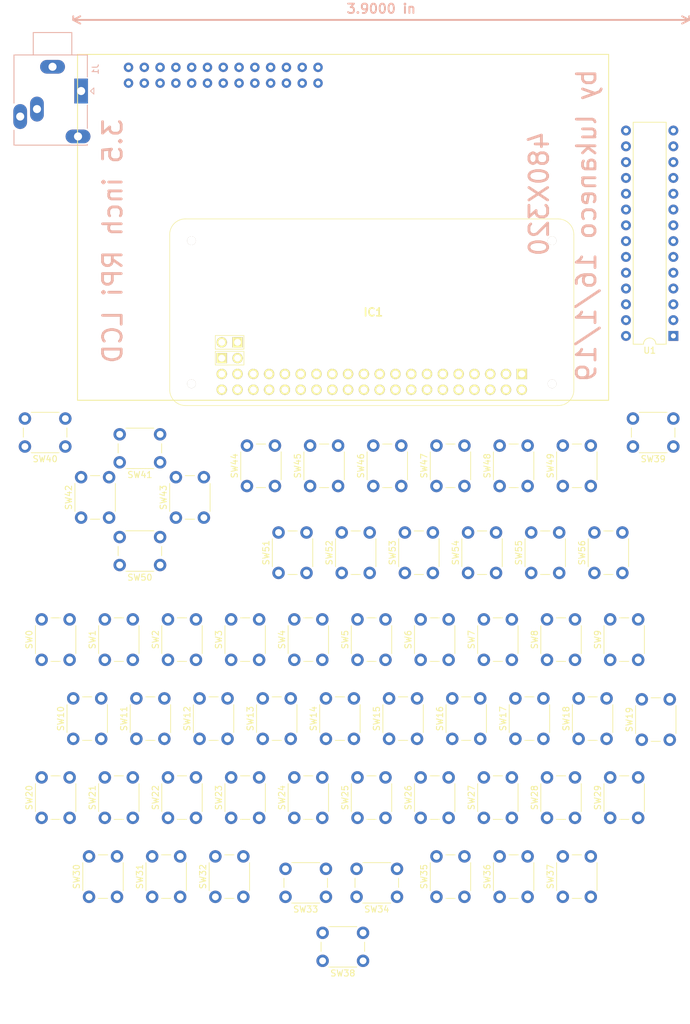
<source format=kicad_pcb>
(kicad_pcb (version 20171130) (host pcbnew "(5.0.2)-1")
  (layers (0 F.Cu signal) (31 B.Cu signal) (34 B.Paste user) (35 F.Paste user) (36 B.SilkS user) (37 F.SilkS user) (38 B.Mask user) (39 F.Mask user) (44 Edge.Cuts user))
  (net 0 "")
  (net 1 "Net-(SW0-Pad2)")
  (net 2 "Net-(SW1-Pad2)")
  (net 3 "Net-(SW2-Pad2)")
  (net 4 "Net-(SW3-Pad2)")
  (net 5 "Net-(SW4-Pad2)")
  (net 6 "Net-(SW5-Pad2)")
  (net 7 "Net-(SW6-Pad2)")
  (net 8 "Net-(SW7-Pad2)")
  (net 9 "Net-(SW8-Pad2)")
  (net 10 "Net-(SW9-Pad2)")
  (net 11 "Net-(SW10-Pad2)")
  (net 12 "Net-(SW11-Pad2)")
  (net 13 "Net-(SW12-Pad2)")
  (net 14 "Net-(SW13-Pad2)")
  (net 15 "Net-(SW14-Pad2)")
  (net 16 "Net-(SW15-Pad2)")
  (net 17 "Net-(SW16-Pad2)")
  (net 18 "Net-(SW17-Pad2)")
  (net 19 "Net-(SW18-Pad2)")
  (net 20 "Net-(SW19-Pad2)")
  (net 21 "Net-(SW20-Pad2)")
  (net 22 "Net-(SW21-Pad2)")
  (net 23 "Net-(SW22-Pad2)")
  (net 24 "Net-(SW23-Pad2)")
  (net 25 "Net-(SW24-Pad2)")
  (net 26 "Net-(SW25-Pad2)")
  (net 27 "Net-(SW26-Pad2)")
  (net 28 "Net-(SW27-Pad2)")
  (net 29 "Net-(SW28-Pad2)")
  (net 30 "Net-(SW29-Pad2)")
  (net 31 "Net-(SW30-Pad2)")
  (net 32 "Net-(SW31-Pad2)")
  (net 33 "Net-(SW32-Pad2)")
  (net 34 "Net-(SW33-Pad2)")
  (net 35 "Net-(SW34-Pad2)")
  (net 36 "Net-(SW35-Pad2)")
  (net 37 "Net-(SW36-Pad2)")
  (net 38 "Net-(SW37-Pad2)")
  (net 39 "Net-(SW38-Pad2)")
  (net 40 "Net-(SW39-Pad2)")
  (net 41 "Net-(SW40-Pad2)")
  (net 42 "Net-(SW41-Pad2)")
  (net 43 "Net-(SW42-Pad2)")
  (net 44 "Net-(SW43-Pad2)")
  (net 45 "Net-(SW44-Pad2)")
  (net 46 "Net-(SW45-Pad2)")
  (net 47 "Net-(SW46-Pad2)")
  (net 48 "Net-(SW47-Pad2)")
  (net 49 "Net-(SW48-Pad2)")
  (net 50 "Net-(SW49-Pad2)")
  (net 51 "Net-(SW50-Pad2)")
  (net 52 "Net-(SW51-Pad2)")
  (net 53 "Net-(SW52-Pad2)")
  (net 54 "Net-(SW53-Pad2)")
  (net 55 "Net-(SW54-Pad2)")
  (net 56 "Net-(SW55-Pad2)")
  (net 57 "Net-(SW56-Pad2)")
  (net 58 "Net-(U1-Pad15)")
  (net 59 "Net-(U1-Pad16)")
  (net 60 "Net-(U1-Pad17)")
  (net 61 "Net-(U1-Pad18)")
  (net 62 "Net-(U1-Pad19)")
  (net 63 "Net-(U1-Pad6)")
  (net 64 "Net-(U1-Pad20)")
  (net 65 "Net-(U1-Pad7)")
  (net 66 "Net-(U1-Pad21)")
  (net 67 "Net-(U1-Pad22)")
  (net 68 "Net-(U1-Pad23)")
  (net 69 "Net-(U1-Pad24)")
  (net 70 "Net-(U1-Pad11)")
  (net 71 "Net-(U1-Pad25)")
  (net 72 "Net-(U1-Pad12)")
  (net 73 "Net-(U1-Pad26)")
  (net 74 "Net-(U1-Pad13)")
  (net 75 "Net-(U1-Pad27)")
  (net 76 "Net-(U1-Pad14)")
  (net 77 "Net-(U1-Pad28)")
  (net 78 Col2)
  (net 79 Col3)
  (net 80 Col4)
  (net 81 Col5)
  (net 82 Col0)
  (net 83 Col1)
  (net 84 Reset)
  (net 85 Serial_RX)
  (net 86 Serial_TX)
  (net 87 USB_D+)
  (net 88 USB_D-)
  (net 89 Osc1)
  (net 90 Osc2)
  (net 91 "Net-(DS1-Pad3)")
  (net 92 "Net-(DS1-Pad5)")
  (net 93 "Net-(DS1-Pad7)")
  (net 94 "Net-(DS1-Pad8)")
  (net 95 "Net-(DS1-Pad10)")
  (net 96 "Net-(DS1-Pad12)")
  (net 97 "Net-(DS1-Pad13)")
  (net 98 "Net-(DS1-Pad15)")
  (net 99 "Net-(DS1-Pad16)")
  (net 100 "Net-(IC1-Pad3)")
  (net 101 "Net-(IC1-Pad5)")
  (net 102 "Net-(IC1-Pad7)")
  (net 103 "Net-(IC1-Pad8)")
  (net 104 "Net-(IC1-Pad10)")
  (net 105 "Net-(IC1-Pad12)")
  (net 106 "Net-(IC1-Pad13)")
  (net 107 "Net-(IC1-Pad15)")
  (net 108 "Net-(IC1-Pad16)")
  (net 109 "Net-(IC1-Pad19)")
  (net 110 "Net-(IC1-Pad27)")
  (net 111 "Net-(IC1-Pad28)")
  (net 112 "Net-(IC1-Pad29)")
  (net 113 "Net-(IC1-Pad30)")
  (net 114 "Net-(IC1-Pad31)")
  (net 115 "Net-(IC1-Pad32)")
  (net 116 "Net-(IC1-Pad33)")
  (net 117 "Net-(IC1-Pad34)")
  (net 118 "Net-(IC1-Pad35)")
  (net 119 "Net-(IC1-Pad36)")
  (net 120 "Net-(IC1-Pad37)")
  (net 121 "Net-(IC1-Pad38)")
  (net 122 "Net-(IC1-Pad39)")
  (net 123 "Net-(IC1-Pad40)")
  (net 124 "Net-(IC1-Pad41)")
  (net 125 "Net-(IC1-Pad42)")
  (net 126 "Net-(IC1-Pad43)")
  (net 127 "Net-(IC1-Pad44)")
  (net 128 "Net-(J1-PadT)")
  (net 129 "Net-(J1-PadR)")
  (net 130 "Net-(J1-PadS)")
  (net 131 +3V3)
  (net 132 +5V)
  (net 133 GND)
  (net 134 TP_IRQ)
  (net 135 LCD_RS)
  (net 136 TP_SO)
  (net 137 RST)
  (net 138 LCD_SCK)
  (net 139 LCD_CS)
  (net 140 TP_CS)
  (module Button_Switch_THT:SW_PUSH_6mm (layer F.Cu) (at 60.96 130.81 90)
    (fp_text reference SW0 (at 3.25 -2 90) (layer F.SilkS))
    (fp_text value SW_Push)
    (pad 2 thru_hole circle (at 0 4.5 180) (size 2 2) (drill 1.1) (layers *.Cu *.Mask) (net 1 "Net-(SW0-Pad2)"))
    (pad 1 thru_hole circle (at 0 0 180) (size 2 2) (drill 1.1) (layers *.Cu *.Mask) (net 78 Col2))
    (pad 2 thru_hole circle (at 6.5 4.5 180) (size 2 2) (drill 1.1) (layers *.Cu *.Mask) (net 1 "Net-(SW0-Pad2)"))
    (pad 1 thru_hole circle (at 6.5 0 180) (size 2 2) (drill 1.1) (layers *.Cu *.Mask) (net 78 Col2))
  )
  (module Button_Switch_THT:SW_PUSH_6mm (layer F.Cu) (at 71.12 130.81 90)
    (fp_text reference SW1 (at 3.25 -2 90) (layer F.SilkS))
    (fp_text value SW_Push)
    (pad 1 thru_hole circle (at 6.5 0 180) (size 2 2) (drill 1.1) (layers *.Cu *.Mask) (net 78 Col2))
    (pad 2 thru_hole circle (at 6.5 4.5 180) (size 2 2) (drill 1.1) (layers *.Cu *.Mask) (net 2 "Net-(SW1-Pad2)"))
    (pad 1 thru_hole circle (at 0 0 180) (size 2 2) (drill 1.1) (layers *.Cu *.Mask) (net 78 Col2))
    (pad 2 thru_hole circle (at 0 4.5 180) (size 2 2) (drill 1.1) (layers *.Cu *.Mask) (net 2 "Net-(SW1-Pad2)"))
  )
  (module Button_Switch_THT:SW_PUSH_6mm (layer F.Cu) (at 81.28 130.81 90)
    (fp_text reference SW2 (at 3.25 -2 90) (layer F.SilkS))
    (fp_text value SW_Push)
    (pad 2 thru_hole circle (at 0 4.5 180) (size 2 2) (drill 1.1) (layers *.Cu *.Mask) (net 3 "Net-(SW2-Pad2)"))
    (pad 1 thru_hole circle (at 0 0 180) (size 2 2) (drill 1.1) (layers *.Cu *.Mask) (net 78 Col2))
    (pad 2 thru_hole circle (at 6.5 4.5 180) (size 2 2) (drill 1.1) (layers *.Cu *.Mask) (net 3 "Net-(SW2-Pad2)"))
    (pad 1 thru_hole circle (at 6.5 0 180) (size 2 2) (drill 1.1) (layers *.Cu *.Mask) (net 78 Col2))
  )
  (module Button_Switch_THT:SW_PUSH_6mm (layer F.Cu) (at 91.44 130.81 90)
    (fp_text reference SW3 (at 3.25 -2 90) (layer F.SilkS))
    (fp_text value SW_Push)
    (pad 2 thru_hole circle (at 0 4.5 180) (size 2 2) (drill 1.1) (layers *.Cu *.Mask) (net 4 "Net-(SW3-Pad2)"))
    (pad 1 thru_hole circle (at 0 0 180) (size 2 2) (drill 1.1) (layers *.Cu *.Mask) (net 78 Col2))
    (pad 2 thru_hole circle (at 6.5 4.5 180) (size 2 2) (drill 1.1) (layers *.Cu *.Mask) (net 4 "Net-(SW3-Pad2)"))
    (pad 1 thru_hole circle (at 6.5 0 180) (size 2 2) (drill 1.1) (layers *.Cu *.Mask) (net 78 Col2))
  )
  (module Button_Switch_THT:SW_PUSH_6mm (layer F.Cu) (at 101.6 130.81 90)
    (fp_text reference SW4 (at 3.25 -2 90) (layer F.SilkS))
    (fp_text value SW_Push)
    (pad 1 thru_hole circle (at 6.5 0 180) (size 2 2) (drill 1.1) (layers *.Cu *.Mask) (net 78 Col2))
    (pad 2 thru_hole circle (at 6.5 4.5 180) (size 2 2) (drill 1.1) (layers *.Cu *.Mask) (net 5 "Net-(SW4-Pad2)"))
    (pad 1 thru_hole circle (at 0 0 180) (size 2 2) (drill 1.1) (layers *.Cu *.Mask) (net 78 Col2))
    (pad 2 thru_hole circle (at 0 4.5 180) (size 2 2) (drill 1.1) (layers *.Cu *.Mask) (net 5 "Net-(SW4-Pad2)"))
  )
  (module Button_Switch_THT:SW_PUSH_6mm (layer F.Cu) (at 111.76 130.81 90)
    (fp_text reference SW5 (at 3.25 -2 90) (layer F.SilkS))
    (fp_text value SW_Push)
    (pad 2 thru_hole circle (at 0 4.5 180) (size 2 2) (drill 1.1) (layers *.Cu *.Mask) (net 6 "Net-(SW5-Pad2)"))
    (pad 1 thru_hole circle (at 0 0 180) (size 2 2) (drill 1.1) (layers *.Cu *.Mask) (net 78 Col2))
    (pad 2 thru_hole circle (at 6.5 4.5 180) (size 2 2) (drill 1.1) (layers *.Cu *.Mask) (net 6 "Net-(SW5-Pad2)"))
    (pad 1 thru_hole circle (at 6.5 0 180) (size 2 2) (drill 1.1) (layers *.Cu *.Mask) (net 78 Col2))
  )
  (module Button_Switch_THT:SW_PUSH_6mm (layer F.Cu) (at 121.92 130.81 90)
    (fp_text reference SW6 (at 3.25 -2 90) (layer F.SilkS))
    (fp_text value SW_Push)
    (pad 2 thru_hole circle (at 0 4.5 180) (size 2 2) (drill 1.1) (layers *.Cu *.Mask) (net 7 "Net-(SW6-Pad2)"))
    (pad 1 thru_hole circle (at 0 0 180) (size 2 2) (drill 1.1) (layers *.Cu *.Mask) (net 78 Col2))
    (pad 2 thru_hole circle (at 6.5 4.5 180) (size 2 2) (drill 1.1) (layers *.Cu *.Mask) (net 7 "Net-(SW6-Pad2)"))
    (pad 1 thru_hole circle (at 6.5 0 180) (size 2 2) (drill 1.1) (layers *.Cu *.Mask) (net 78 Col2))
  )
  (module Button_Switch_THT:SW_PUSH_6mm (layer F.Cu) (at 132.08 130.81 90)
    (fp_text reference SW7 (at 3.25 -2 90) (layer F.SilkS))
    (fp_text value SW_Push)
    (pad 1 thru_hole circle (at 6.5 0 180) (size 2 2) (drill 1.1) (layers *.Cu *.Mask) (net 78 Col2))
    (pad 2 thru_hole circle (at 6.5 4.5 180) (size 2 2) (drill 1.1) (layers *.Cu *.Mask) (net 8 "Net-(SW7-Pad2)"))
    (pad 1 thru_hole circle (at 0 0 180) (size 2 2) (drill 1.1) (layers *.Cu *.Mask) (net 78 Col2))
    (pad 2 thru_hole circle (at 0 4.5 180) (size 2 2) (drill 1.1) (layers *.Cu *.Mask) (net 8 "Net-(SW7-Pad2)"))
  )
  (module Button_Switch_THT:SW_PUSH_6mm (layer F.Cu) (at 142.24 130.81 90)
    (fp_text reference SW8 (at 3.25 -2 90) (layer F.SilkS))
    (fp_text value SW_Push)
    (pad 1 thru_hole circle (at 6.5 0 180) (size 2 2) (drill 1.1) (layers *.Cu *.Mask) (net 78 Col2))
    (pad 2 thru_hole circle (at 6.5 4.5 180) (size 2 2) (drill 1.1) (layers *.Cu *.Mask) (net 9 "Net-(SW8-Pad2)"))
    (pad 1 thru_hole circle (at 0 0 180) (size 2 2) (drill 1.1) (layers *.Cu *.Mask) (net 78 Col2))
    (pad 2 thru_hole circle (at 0 4.5 180) (size 2 2) (drill 1.1) (layers *.Cu *.Mask) (net 9 "Net-(SW8-Pad2)"))
  )
  (module Button_Switch_THT:SW_PUSH_6mm (layer F.Cu) (at 152.4 130.81 90)
    (fp_text reference SW9 (at 3.25 -2 90) (layer F.SilkS))
    (fp_text value SW_Push)
    (pad 2 thru_hole circle (at 0 4.5 180) (size 2 2) (drill 1.1) (layers *.Cu *.Mask) (net 10 "Net-(SW9-Pad2)"))
    (pad 1 thru_hole circle (at 0 0 180) (size 2 2) (drill 1.1) (layers *.Cu *.Mask) (net 78 Col2))
    (pad 2 thru_hole circle (at 6.5 4.5 180) (size 2 2) (drill 1.1) (layers *.Cu *.Mask) (net 10 "Net-(SW9-Pad2)"))
    (pad 1 thru_hole circle (at 6.5 0 180) (size 2 2) (drill 1.1) (layers *.Cu *.Mask) (net 78 Col2))
  )
  (module Button_Switch_THT:SW_PUSH_6mm (layer F.Cu) (at 66.04 143.51 90)
    (fp_text reference SW10 (at 3.25 -2 90) (layer F.SilkS))
    (fp_text value SW_Push)
    (pad 1 thru_hole circle (at 6.5 0 180) (size 2 2) (drill 1.1) (layers *.Cu *.Mask) (net 79 Col3))
    (pad 2 thru_hole circle (at 6.5 4.5 180) (size 2 2) (drill 1.1) (layers *.Cu *.Mask) (net 11 "Net-(SW10-Pad2)"))
    (pad 1 thru_hole circle (at 0 0 180) (size 2 2) (drill 1.1) (layers *.Cu *.Mask) (net 79 Col3))
    (pad 2 thru_hole circle (at 0 4.5 180) (size 2 2) (drill 1.1) (layers *.Cu *.Mask) (net 11 "Net-(SW10-Pad2)"))
  )
  (module Button_Switch_THT:SW_PUSH_6mm (layer F.Cu) (at 76.2 143.51 90)
    (fp_text reference SW11 (at 3.25 -2 90) (layer F.SilkS))
    (fp_text value SW_Push)
    (pad 2 thru_hole circle (at 0 4.5 180) (size 2 2) (drill 1.1) (layers *.Cu *.Mask) (net 12 "Net-(SW11-Pad2)"))
    (pad 1 thru_hole circle (at 0 0 180) (size 2 2) (drill 1.1) (layers *.Cu *.Mask) (net 79 Col3))
    (pad 2 thru_hole circle (at 6.5 4.5 180) (size 2 2) (drill 1.1) (layers *.Cu *.Mask) (net 12 "Net-(SW11-Pad2)"))
    (pad 1 thru_hole circle (at 6.5 0 180) (size 2 2) (drill 1.1) (layers *.Cu *.Mask) (net 79 Col3))
  )
  (module Button_Switch_THT:SW_PUSH_6mm (layer F.Cu) (at 86.36 143.51 90)
    (fp_text reference SW12 (at 3.25 -2 90) (layer F.SilkS))
    (fp_text value SW_Push)
    (pad 1 thru_hole circle (at 6.5 0 180) (size 2 2) (drill 1.1) (layers *.Cu *.Mask) (net 79 Col3))
    (pad 2 thru_hole circle (at 6.5 4.5 180) (size 2 2) (drill 1.1) (layers *.Cu *.Mask) (net 13 "Net-(SW12-Pad2)"))
    (pad 1 thru_hole circle (at 0 0 180) (size 2 2) (drill 1.1) (layers *.Cu *.Mask) (net 79 Col3))
    (pad 2 thru_hole circle (at 0 4.5 180) (size 2 2) (drill 1.1) (layers *.Cu *.Mask) (net 13 "Net-(SW12-Pad2)"))
  )
  (module Button_Switch_THT:SW_PUSH_6mm (layer F.Cu) (at 96.52 143.51 90)
    (fp_text reference SW13 (at 3.25 -2 90) (layer F.SilkS))
    (fp_text value SW_Push)
    (pad 1 thru_hole circle (at 6.5 0 180) (size 2 2) (drill 1.1) (layers *.Cu *.Mask) (net 79 Col3))
    (pad 2 thru_hole circle (at 6.5 4.5 180) (size 2 2) (drill 1.1) (layers *.Cu *.Mask) (net 14 "Net-(SW13-Pad2)"))
    (pad 1 thru_hole circle (at 0 0 180) (size 2 2) (drill 1.1) (layers *.Cu *.Mask) (net 79 Col3))
    (pad 2 thru_hole circle (at 0 4.5 180) (size 2 2) (drill 1.1) (layers *.Cu *.Mask) (net 14 "Net-(SW13-Pad2)"))
  )
  (module Button_Switch_THT:SW_PUSH_6mm (layer F.Cu) (at 106.68 143.51 90)
    (fp_text reference SW14 (at 3.25 -2 90) (layer F.SilkS))
    (fp_text value SW_Push)
    (pad 2 thru_hole circle (at 0 4.5 180) (size 2 2) (drill 1.1) (layers *.Cu *.Mask) (net 15 "Net-(SW14-Pad2)"))
    (pad 1 thru_hole circle (at 0 0 180) (size 2 2) (drill 1.1) (layers *.Cu *.Mask) (net 79 Col3))
    (pad 2 thru_hole circle (at 6.5 4.5 180) (size 2 2) (drill 1.1) (layers *.Cu *.Mask) (net 15 "Net-(SW14-Pad2)"))
    (pad 1 thru_hole circle (at 6.5 0 180) (size 2 2) (drill 1.1) (layers *.Cu *.Mask) (net 79 Col3))
  )
  (module Button_Switch_THT:SW_PUSH_6mm (layer F.Cu) (at 116.84 143.51 90)
    (fp_text reference SW15 (at 3.25 -2 90) (layer F.SilkS))
    (fp_text value SW_Push)
    (pad 2 thru_hole circle (at 0 4.5 180) (size 2 2) (drill 1.1) (layers *.Cu *.Mask) (net 16 "Net-(SW15-Pad2)"))
    (pad 1 thru_hole circle (at 0 0 180) (size 2 2) (drill 1.1) (layers *.Cu *.Mask) (net 79 Col3))
    (pad 2 thru_hole circle (at 6.5 4.5 180) (size 2 2) (drill 1.1) (layers *.Cu *.Mask) (net 16 "Net-(SW15-Pad2)"))
    (pad 1 thru_hole circle (at 6.5 0 180) (size 2 2) (drill 1.1) (layers *.Cu *.Mask) (net 79 Col3))
  )
  (module Button_Switch_THT:SW_PUSH_6mm (layer F.Cu) (at 127 143.51 90)
    (fp_text reference SW16 (at 3.25 -2 90) (layer F.SilkS))
    (fp_text value SW_Push)
    (pad 1 thru_hole circle (at 6.5 0 180) (size 2 2) (drill 1.1) (layers *.Cu *.Mask) (net 79 Col3))
    (pad 2 thru_hole circle (at 6.5 4.5 180) (size 2 2) (drill 1.1) (layers *.Cu *.Mask) (net 17 "Net-(SW16-Pad2)"))
    (pad 1 thru_hole circle (at 0 0 180) (size 2 2) (drill 1.1) (layers *.Cu *.Mask) (net 79 Col3))
    (pad 2 thru_hole circle (at 0 4.5 180) (size 2 2) (drill 1.1) (layers *.Cu *.Mask) (net 17 "Net-(SW16-Pad2)"))
  )
  (module Button_Switch_THT:SW_PUSH_6mm (layer F.Cu) (at 137.16 143.51 90)
    (fp_text reference SW17 (at 3.25 -2 90) (layer F.SilkS))
    (fp_text value SW_Push)
    (pad 2 thru_hole circle (at 0 4.5 180) (size 2 2) (drill 1.1) (layers *.Cu *.Mask) (net 18 "Net-(SW17-Pad2)"))
    (pad 1 thru_hole circle (at 0 0 180) (size 2 2) (drill 1.1) (layers *.Cu *.Mask) (net 79 Col3))
    (pad 2 thru_hole circle (at 6.5 4.5 180) (size 2 2) (drill 1.1) (layers *.Cu *.Mask) (net 18 "Net-(SW17-Pad2)"))
    (pad 1 thru_hole circle (at 6.5 0 180) (size 2 2) (drill 1.1) (layers *.Cu *.Mask) (net 79 Col3))
  )
  (module Button_Switch_THT:SW_PUSH_6mm (layer F.Cu) (at 147.32 143.51 90)
    (fp_text reference SW18 (at 3.25 -2 90) (layer F.SilkS))
    (fp_text value SW_Push)
    (pad 1 thru_hole circle (at 6.5 0 180) (size 2 2) (drill 1.1) (layers *.Cu *.Mask) (net 79 Col3))
    (pad 2 thru_hole circle (at 6.5 4.5 180) (size 2 2) (drill 1.1) (layers *.Cu *.Mask) (net 19 "Net-(SW18-Pad2)"))
    (pad 1 thru_hole circle (at 0 0 180) (size 2 2) (drill 1.1) (layers *.Cu *.Mask) (net 79 Col3))
    (pad 2 thru_hole circle (at 0 4.5 180) (size 2 2) (drill 1.1) (layers *.Cu *.Mask) (net 19 "Net-(SW18-Pad2)"))
  )
  (module Button_Switch_THT:SW_PUSH_6mm (layer F.Cu) (at 157.48 143.66 90)
    (fp_text reference SW19 (at 3.25 -2 90) (layer F.SilkS))
    (fp_text value SW_Push)
    (pad 1 thru_hole circle (at 6.5 0 180) (size 2 2) (drill 1.1) (layers *.Cu *.Mask) (net 79 Col3))
    (pad 2 thru_hole circle (at 6.5 4.5 180) (size 2 2) (drill 1.1) (layers *.Cu *.Mask) (net 20 "Net-(SW19-Pad2)"))
    (pad 1 thru_hole circle (at 0 0 180) (size 2 2) (drill 1.1) (layers *.Cu *.Mask) (net 79 Col3))
    (pad 2 thru_hole circle (at 0 4.5 180) (size 2 2) (drill 1.1) (layers *.Cu *.Mask) (net 20 "Net-(SW19-Pad2)"))
  )
  (module Button_Switch_THT:SW_PUSH_6mm (layer F.Cu) (at 60.96 156.21 90)
    (fp_text reference SW20 (at 3.25 -2 90) (layer F.SilkS))
    (fp_text value SW_Push)
    (pad 2 thru_hole circle (at 0 4.5 180) (size 2 2) (drill 1.1) (layers *.Cu *.Mask) (net 21 "Net-(SW20-Pad2)"))
    (pad 1 thru_hole circle (at 0 0 180) (size 2 2) (drill 1.1) (layers *.Cu *.Mask) (net 80 Col4))
    (pad 2 thru_hole circle (at 6.5 4.5 180) (size 2 2) (drill 1.1) (layers *.Cu *.Mask) (net 21 "Net-(SW20-Pad2)"))
    (pad 1 thru_hole circle (at 6.5 0 180) (size 2 2) (drill 1.1) (layers *.Cu *.Mask) (net 80 Col4))
  )
  (module Button_Switch_THT:SW_PUSH_6mm (layer F.Cu) (at 71.12 156.21 90)
    (fp_text reference SW21 (at 3.25 -2 90) (layer F.SilkS))
    (fp_text value SW_Push)
    (pad 1 thru_hole circle (at 6.5 0 180) (size 2 2) (drill 1.1) (layers *.Cu *.Mask) (net 80 Col4))
    (pad 2 thru_hole circle (at 6.5 4.5 180) (size 2 2) (drill 1.1) (layers *.Cu *.Mask) (net 22 "Net-(SW21-Pad2)"))
    (pad 1 thru_hole circle (at 0 0 180) (size 2 2) (drill 1.1) (layers *.Cu *.Mask) (net 80 Col4))
    (pad 2 thru_hole circle (at 0 4.5 180) (size 2 2) (drill 1.1) (layers *.Cu *.Mask) (net 22 "Net-(SW21-Pad2)"))
  )
  (module Button_Switch_THT:SW_PUSH_6mm (layer F.Cu) (at 81.28 156.21 90)
    (fp_text reference SW22 (at 3.25 -2 90) (layer F.SilkS))
    (fp_text value SW_Push)
    (pad 2 thru_hole circle (at 0 4.5 180) (size 2 2) (drill 1.1) (layers *.Cu *.Mask) (net 23 "Net-(SW22-Pad2)"))
    (pad 1 thru_hole circle (at 0 0 180) (size 2 2) (drill 1.1) (layers *.Cu *.Mask) (net 80 Col4))
    (pad 2 thru_hole circle (at 6.5 4.5 180) (size 2 2) (drill 1.1) (layers *.Cu *.Mask) (net 23 "Net-(SW22-Pad2)"))
    (pad 1 thru_hole circle (at 6.5 0 180) (size 2 2) (drill 1.1) (layers *.Cu *.Mask) (net 80 Col4))
  )
  (module Button_Switch_THT:SW_PUSH_6mm (layer F.Cu) (at 91.44 156.21 90)
    (fp_text reference SW23 (at 3.25 -2 90) (layer F.SilkS))
    (fp_text value SW_Push)
    (pad 2 thru_hole circle (at 0 4.5 180) (size 2 2) (drill 1.1) (layers *.Cu *.Mask) (net 24 "Net-(SW23-Pad2)"))
    (pad 1 thru_hole circle (at 0 0 180) (size 2 2) (drill 1.1) (layers *.Cu *.Mask) (net 80 Col4))
    (pad 2 thru_hole circle (at 6.5 4.5 180) (size 2 2) (drill 1.1) (layers *.Cu *.Mask) (net 24 "Net-(SW23-Pad2)"))
    (pad 1 thru_hole circle (at 6.5 0 180) (size 2 2) (drill 1.1) (layers *.Cu *.Mask) (net 80 Col4))
  )
  (module Button_Switch_THT:SW_PUSH_6mm (layer F.Cu) (at 101.6 156.21 90)
    (fp_text reference SW24 (at 3.25 -2 90) (layer F.SilkS))
    (fp_text value SW_Push)
    (pad 2 thru_hole circle (at 0 4.5 180) (size 2 2) (drill 1.1) (layers *.Cu *.Mask) (net 25 "Net-(SW24-Pad2)"))
    (pad 1 thru_hole circle (at 0 0 180) (size 2 2) (drill 1.1) (layers *.Cu *.Mask) (net 80 Col4))
    (pad 2 thru_hole circle (at 6.5 4.5 180) (size 2 2) (drill 1.1) (layers *.Cu *.Mask) (net 25 "Net-(SW24-Pad2)"))
    (pad 1 thru_hole circle (at 6.5 0 180) (size 2 2) (drill 1.1) (layers *.Cu *.Mask) (net 80 Col4))
  )
  (module Button_Switch_THT:SW_PUSH_6mm (layer F.Cu) (at 111.76 156.21 90)
    (fp_text reference SW25 (at 3.25 -2 90) (layer F.SilkS))
    (fp_text value SW_Push)
    (pad 1 thru_hole circle (at 6.5 0 180) (size 2 2) (drill 1.1) (layers *.Cu *.Mask) (net 80 Col4))
    (pad 2 thru_hole circle (at 6.5 4.5 180) (size 2 2) (drill 1.1) (layers *.Cu *.Mask) (net 26 "Net-(SW25-Pad2)"))
    (pad 1 thru_hole circle (at 0 0 180) (size 2 2) (drill 1.1) (layers *.Cu *.Mask) (net 80 Col4))
    (pad 2 thru_hole circle (at 0 4.5 180) (size 2 2) (drill 1.1) (layers *.Cu *.Mask) (net 26 "Net-(SW25-Pad2)"))
  )
  (module Button_Switch_THT:SW_PUSH_6mm (layer F.Cu) (at 121.92 156.21 90)
    (fp_text reference SW26 (at 3.25 -2 90) (layer F.SilkS))
    (fp_text value SW_Push)
    (pad 2 thru_hole circle (at 0 4.5 180) (size 2 2) (drill 1.1) (layers *.Cu *.Mask) (net 27 "Net-(SW26-Pad2)"))
    (pad 1 thru_hole circle (at 0 0 180) (size 2 2) (drill 1.1) (layers *.Cu *.Mask) (net 80 Col4))
    (pad 2 thru_hole circle (at 6.5 4.5 180) (size 2 2) (drill 1.1) (layers *.Cu *.Mask) (net 27 "Net-(SW26-Pad2)"))
    (pad 1 thru_hole circle (at 6.5 0 180) (size 2 2) (drill 1.1) (layers *.Cu *.Mask) (net 80 Col4))
  )
  (module Button_Switch_THT:SW_PUSH_6mm (layer F.Cu) (at 132.08 156.21 90)
    (fp_text reference SW27 (at 3.25 -2 90) (layer F.SilkS))
    (fp_text value SW_Push)
    (pad 1 thru_hole circle (at 6.5 0 180) (size 2 2) (drill 1.1) (layers *.Cu *.Mask) (net 80 Col4))
    (pad 2 thru_hole circle (at 6.5 4.5 180) (size 2 2) (drill 1.1) (layers *.Cu *.Mask) (net 28 "Net-(SW27-Pad2)"))
    (pad 1 thru_hole circle (at 0 0 180) (size 2 2) (drill 1.1) (layers *.Cu *.Mask) (net 80 Col4))
    (pad 2 thru_hole circle (at 0 4.5 180) (size 2 2) (drill 1.1) (layers *.Cu *.Mask) (net 28 "Net-(SW27-Pad2)"))
  )
  (module Button_Switch_THT:SW_PUSH_6mm (layer F.Cu) (at 142.24 156.21 90)
    (fp_text reference SW28 (at 3.25 -2 90) (layer F.SilkS))
    (fp_text value SW_Push)
    (pad 2 thru_hole circle (at 0 4.5 180) (size 2 2) (drill 1.1) (layers *.Cu *.Mask) (net 29 "Net-(SW28-Pad2)"))
    (pad 1 thru_hole circle (at 0 0 180) (size 2 2) (drill 1.1) (layers *.Cu *.Mask) (net 80 Col4))
    (pad 2 thru_hole circle (at 6.5 4.5 180) (size 2 2) (drill 1.1) (layers *.Cu *.Mask) (net 29 "Net-(SW28-Pad2)"))
    (pad 1 thru_hole circle (at 6.5 0 180) (size 2 2) (drill 1.1) (layers *.Cu *.Mask) (net 80 Col4))
  )
  (module Button_Switch_THT:SW_PUSH_6mm (layer F.Cu) (at 152.4 156.21 90)
    (fp_text reference SW29 (at 3.25 -2 90) (layer F.SilkS))
    (fp_text value SW_Push)
    (pad 1 thru_hole circle (at 6.5 0 180) (size 2 2) (drill 1.1) (layers *.Cu *.Mask) (net 80 Col4))
    (pad 2 thru_hole circle (at 6.5 4.5 180) (size 2 2) (drill 1.1) (layers *.Cu *.Mask) (net 30 "Net-(SW29-Pad2)"))
    (pad 1 thru_hole circle (at 0 0 180) (size 2 2) (drill 1.1) (layers *.Cu *.Mask) (net 80 Col4))
    (pad 2 thru_hole circle (at 0 4.5 180) (size 2 2) (drill 1.1) (layers *.Cu *.Mask) (net 30 "Net-(SW29-Pad2)"))
  )
  (module Button_Switch_THT:SW_PUSH_6mm (layer F.Cu) (at 68.58 168.91 90)
    (fp_text reference SW30 (at 3.25 -2 90) (layer F.SilkS))
    (fp_text value SW_Push)
    (pad 1 thru_hole circle (at 6.5 0 180) (size 2 2) (drill 1.1) (layers *.Cu *.Mask) (net 81 Col5))
    (pad 2 thru_hole circle (at 6.5 4.5 180) (size 2 2) (drill 1.1) (layers *.Cu *.Mask) (net 31 "Net-(SW30-Pad2)"))
    (pad 1 thru_hole circle (at 0 0 180) (size 2 2) (drill 1.1) (layers *.Cu *.Mask) (net 81 Col5))
    (pad 2 thru_hole circle (at 0 4.5 180) (size 2 2) (drill 1.1) (layers *.Cu *.Mask) (net 31 "Net-(SW30-Pad2)"))
  )
  (module Button_Switch_THT:SW_PUSH_6mm (layer F.Cu) (at 78.74 168.91 90)
    (fp_text reference SW31 (at 3.25 -2 90) (layer F.SilkS))
    (fp_text value SW_Push)
    (pad 2 thru_hole circle (at 0 4.5 180) (size 2 2) (drill 1.1) (layers *.Cu *.Mask) (net 32 "Net-(SW31-Pad2)"))
    (pad 1 thru_hole circle (at 0 0 180) (size 2 2) (drill 1.1) (layers *.Cu *.Mask) (net 81 Col5))
    (pad 2 thru_hole circle (at 6.5 4.5 180) (size 2 2) (drill 1.1) (layers *.Cu *.Mask) (net 32 "Net-(SW31-Pad2)"))
    (pad 1 thru_hole circle (at 6.5 0 180) (size 2 2) (drill 1.1) (layers *.Cu *.Mask) (net 81 Col5))
  )
  (module Button_Switch_THT:SW_PUSH_6mm (layer F.Cu) (at 88.9 168.91 90)
    (fp_text reference SW32 (at 3.25 -2 90) (layer F.SilkS))
    (fp_text value SW_Push)
    (pad 1 thru_hole circle (at 6.5 0 180) (size 2 2) (drill 1.1) (layers *.Cu *.Mask) (net 81 Col5))
    (pad 2 thru_hole circle (at 6.5 4.5 180) (size 2 2) (drill 1.1) (layers *.Cu *.Mask) (net 33 "Net-(SW32-Pad2)"))
    (pad 1 thru_hole circle (at 0 0 180) (size 2 2) (drill 1.1) (layers *.Cu *.Mask) (net 81 Col5))
    (pad 2 thru_hole circle (at 0 4.5 180) (size 2 2) (drill 1.1) (layers *.Cu *.Mask) (net 33 "Net-(SW32-Pad2)"))
  )
  (module Button_Switch_THT:SW_PUSH_6mm (layer F.Cu) (at 106.68 168.91 180)
    (fp_text reference SW33 (at 3.25 -2 180) (layer F.SilkS))
    (fp_text value SW_Push)
    (pad 2 thru_hole circle (at 0 4.5 270) (size 2 2) (drill 1.1) (layers *.Cu *.Mask) (net 34 "Net-(SW33-Pad2)"))
    (pad 1 thru_hole circle (at 0 0 270) (size 2 2) (drill 1.1) (layers *.Cu *.Mask) (net 81 Col5))
    (pad 2 thru_hole circle (at 6.5 4.5 270) (size 2 2) (drill 1.1) (layers *.Cu *.Mask) (net 34 "Net-(SW33-Pad2)"))
    (pad 1 thru_hole circle (at 6.5 0 270) (size 2 2) (drill 1.1) (layers *.Cu *.Mask) (net 81 Col5))
  )
  (module Button_Switch_THT:SW_PUSH_6mm (layer F.Cu) (at 118.11 168.91 180)
    (fp_text reference SW34 (at 3.25 -2 180) (layer F.SilkS))
    (fp_text value SW_Push)
    (pad 2 thru_hole circle (at 0 4.5 270) (size 2 2) (drill 1.1) (layers *.Cu *.Mask) (net 35 "Net-(SW34-Pad2)"))
    (pad 1 thru_hole circle (at 0 0 270) (size 2 2) (drill 1.1) (layers *.Cu *.Mask) (net 81 Col5))
    (pad 2 thru_hole circle (at 6.5 4.5 270) (size 2 2) (drill 1.1) (layers *.Cu *.Mask) (net 35 "Net-(SW34-Pad2)"))
    (pad 1 thru_hole circle (at 6.5 0 270) (size 2 2) (drill 1.1) (layers *.Cu *.Mask) (net 81 Col5))
  )
  (module Button_Switch_THT:SW_PUSH_6mm (layer F.Cu) (at 124.46 168.91 90)
    (fp_text reference SW35 (at 3.25 -2 90) (layer F.SilkS))
    (fp_text value SW_Push)
    (pad 2 thru_hole circle (at 0 4.5 180) (size 2 2) (drill 1.1) (layers *.Cu *.Mask) (net 36 "Net-(SW35-Pad2)"))
    (pad 1 thru_hole circle (at 0 0 180) (size 2 2) (drill 1.1) (layers *.Cu *.Mask) (net 81 Col5))
    (pad 2 thru_hole circle (at 6.5 4.5 180) (size 2 2) (drill 1.1) (layers *.Cu *.Mask) (net 36 "Net-(SW35-Pad2)"))
    (pad 1 thru_hole circle (at 6.5 0 180) (size 2 2) (drill 1.1) (layers *.Cu *.Mask) (net 81 Col5))
  )
  (module Button_Switch_THT:SW_PUSH_6mm (layer F.Cu) (at 134.62 168.91 90)
    (fp_text reference SW36 (at 3.25 -2 90) (layer F.SilkS))
    (fp_text value SW_Push)
    (pad 2 thru_hole circle (at 0 4.5 180) (size 2 2) (drill 1.1) (layers *.Cu *.Mask) (net 37 "Net-(SW36-Pad2)"))
    (pad 1 thru_hole circle (at 0 0 180) (size 2 2) (drill 1.1) (layers *.Cu *.Mask) (net 81 Col5))
    (pad 2 thru_hole circle (at 6.5 4.5 180) (size 2 2) (drill 1.1) (layers *.Cu *.Mask) (net 37 "Net-(SW36-Pad2)"))
    (pad 1 thru_hole circle (at 6.5 0 180) (size 2 2) (drill 1.1) (layers *.Cu *.Mask) (net 81 Col5))
  )
  (module Button_Switch_THT:SW_PUSH_6mm (layer F.Cu) (at 144.78 168.91 90)
    (fp_text reference SW37 (at 3.25 -2 90) (layer F.SilkS))
    (fp_text value SW_Push)
    (pad 1 thru_hole circle (at 6.5 0 180) (size 2 2) (drill 1.1) (layers *.Cu *.Mask) (net 81 Col5))
    (pad 2 thru_hole circle (at 6.5 4.5 180) (size 2 2) (drill 1.1) (layers *.Cu *.Mask) (net 38 "Net-(SW37-Pad2)"))
    (pad 1 thru_hole circle (at 0 0 180) (size 2 2) (drill 1.1) (layers *.Cu *.Mask) (net 81 Col5))
    (pad 2 thru_hole circle (at 0 4.5 180) (size 2 2) (drill 1.1) (layers *.Cu *.Mask) (net 38 "Net-(SW37-Pad2)"))
  )
  (module Button_Switch_THT:SW_PUSH_6mm (layer F.Cu) (at 112.649 179.197 180)
    (fp_text reference SW38 (at 3.25 -2 180) (layer F.SilkS))
    (fp_text value SW_Push)
    (pad 2 thru_hole circle (at 0 4.5 270) (size 2 2) (drill 1.1) (layers *.Cu *.Mask) (net 39 "Net-(SW38-Pad2)"))
    (pad 1 thru_hole circle (at 0 0 270) (size 2 2) (drill 1.1) (layers *.Cu *.Mask) (net 81 Col5))
    (pad 2 thru_hole circle (at 6.5 4.5 270) (size 2 2) (drill 1.1) (layers *.Cu *.Mask) (net 39 "Net-(SW38-Pad2)"))
    (pad 1 thru_hole circle (at 6.5 0 270) (size 2 2) (drill 1.1) (layers *.Cu *.Mask) (net 81 Col5))
  )
  (module Button_Switch_THT:SW_PUSH_6mm (layer F.Cu) (at 162.56 96.52 180)
    (fp_text reference SW39 (at 3.25 -2 180) (layer F.SilkS))
    (fp_text value SW_Push)
    (pad 1 thru_hole circle (at 6.5 0 270) (size 2 2) (drill 1.1) (layers *.Cu *.Mask) (net 81 Col5))
    (pad 2 thru_hole circle (at 6.5 4.5 270) (size 2 2) (drill 1.1) (layers *.Cu *.Mask) (net 40 "Net-(SW39-Pad2)"))
    (pad 1 thru_hole circle (at 0 0 270) (size 2 2) (drill 1.1) (layers *.Cu *.Mask) (net 81 Col5))
    (pad 2 thru_hole circle (at 0 4.5 270) (size 2 2) (drill 1.1) (layers *.Cu *.Mask) (net 40 "Net-(SW39-Pad2)"))
  )
  (module Button_Switch_THT:SW_PUSH_6mm (layer F.Cu) (at 64.77 96.52 180)
    (fp_text reference SW40 (at 3.25 -2 180) (layer F.SilkS))
    (fp_text value SW_Push)
    (pad 1 thru_hole circle (at 6.5 0 270) (size 2 2) (drill 1.1) (layers *.Cu *.Mask) (net 82 Col0))
    (pad 2 thru_hole circle (at 6.5 4.5 270) (size 2 2) (drill 1.1) (layers *.Cu *.Mask) (net 41 "Net-(SW40-Pad2)"))
    (pad 1 thru_hole circle (at 0 0 270) (size 2 2) (drill 1.1) (layers *.Cu *.Mask) (net 82 Col0))
    (pad 2 thru_hole circle (at 0 4.5 270) (size 2 2) (drill 1.1) (layers *.Cu *.Mask) (net 41 "Net-(SW40-Pad2)"))
  )
  (module Button_Switch_THT:SW_PUSH_6mm (layer F.Cu) (at 80.01 99.06 180)
    (fp_text reference SW41 (at 3.25 -2 180) (layer F.SilkS))
    (fp_text value SW_Push)
    (pad 1 thru_hole circle (at 6.5 0 270) (size 2 2) (drill 1.1) (layers *.Cu *.Mask) (net 82 Col0))
    (pad 2 thru_hole circle (at 6.5 4.5 270) (size 2 2) (drill 1.1) (layers *.Cu *.Mask) (net 42 "Net-(SW41-Pad2)"))
    (pad 1 thru_hole circle (at 0 0 270) (size 2 2) (drill 1.1) (layers *.Cu *.Mask) (net 82 Col0))
    (pad 2 thru_hole circle (at 0 4.5 270) (size 2 2) (drill 1.1) (layers *.Cu *.Mask) (net 42 "Net-(SW41-Pad2)"))
  )
  (module Button_Switch_THT:SW_PUSH_6mm (layer F.Cu) (at 67.31 107.95 90)
    (fp_text reference SW42 (at 3.25 -2 90) (layer F.SilkS))
    (fp_text value SW_Push)
    (pad 1 thru_hole circle (at 6.5 0 180) (size 2 2) (drill 1.1) (layers *.Cu *.Mask) (net 82 Col0))
    (pad 2 thru_hole circle (at 6.5 4.5 180) (size 2 2) (drill 1.1) (layers *.Cu *.Mask) (net 43 "Net-(SW42-Pad2)"))
    (pad 1 thru_hole circle (at 0 0 180) (size 2 2) (drill 1.1) (layers *.Cu *.Mask) (net 82 Col0))
    (pad 2 thru_hole circle (at 0 4.5 180) (size 2 2) (drill 1.1) (layers *.Cu *.Mask) (net 43 "Net-(SW42-Pad2)"))
  )
  (module Button_Switch_THT:SW_PUSH_6mm (layer F.Cu) (at 82.55 107.95 90)
    (fp_text reference SW43 (at 3.25 -2 90) (layer F.SilkS))
    (fp_text value SW_Push)
    (pad 2 thru_hole circle (at 0 4.5 180) (size 2 2) (drill 1.1) (layers *.Cu *.Mask) (net 44 "Net-(SW43-Pad2)"))
    (pad 1 thru_hole circle (at 0 0 180) (size 2 2) (drill 1.1) (layers *.Cu *.Mask) (net 82 Col0))
    (pad 2 thru_hole circle (at 6.5 4.5 180) (size 2 2) (drill 1.1) (layers *.Cu *.Mask) (net 44 "Net-(SW43-Pad2)"))
    (pad 1 thru_hole circle (at 6.5 0 180) (size 2 2) (drill 1.1) (layers *.Cu *.Mask) (net 82 Col0))
  )
  (module Button_Switch_THT:SW_PUSH_6mm (layer F.Cu) (at 93.98 102.87 90)
    (fp_text reference SW44 (at 3.25 -2 90) (layer F.SilkS))
    (fp_text value SW_Push)
    (pad 1 thru_hole circle (at 6.5 0 180) (size 2 2) (drill 1.1) (layers *.Cu *.Mask) (net 82 Col0))
    (pad 2 thru_hole circle (at 6.5 4.5 180) (size 2 2) (drill 1.1) (layers *.Cu *.Mask) (net 45 "Net-(SW44-Pad2)"))
    (pad 1 thru_hole circle (at 0 0 180) (size 2 2) (drill 1.1) (layers *.Cu *.Mask) (net 82 Col0))
    (pad 2 thru_hole circle (at 0 4.5 180) (size 2 2) (drill 1.1) (layers *.Cu *.Mask) (net 45 "Net-(SW44-Pad2)"))
  )
  (module Button_Switch_THT:SW_PUSH_6mm (layer F.Cu) (at 104.14 102.87 90)
    (fp_text reference SW45 (at 3.25 -2 90) (layer F.SilkS))
    (fp_text value SW_Push)
    (pad 2 thru_hole circle (at 0 4.5 180) (size 2 2) (drill 1.1) (layers *.Cu *.Mask) (net 46 "Net-(SW45-Pad2)"))
    (pad 1 thru_hole circle (at 0 0 180) (size 2 2) (drill 1.1) (layers *.Cu *.Mask) (net 82 Col0))
    (pad 2 thru_hole circle (at 6.5 4.5 180) (size 2 2) (drill 1.1) (layers *.Cu *.Mask) (net 46 "Net-(SW45-Pad2)"))
    (pad 1 thru_hole circle (at 6.5 0 180) (size 2 2) (drill 1.1) (layers *.Cu *.Mask) (net 82 Col0))
  )
  (module Button_Switch_THT:SW_PUSH_6mm (layer F.Cu) (at 114.3 102.87 90)
    (fp_text reference SW46 (at 3.25 -2 90) (layer F.SilkS))
    (fp_text value SW_Push)
    (pad 2 thru_hole circle (at 0 4.5 180) (size 2 2) (drill 1.1) (layers *.Cu *.Mask) (net 47 "Net-(SW46-Pad2)"))
    (pad 1 thru_hole circle (at 0 0 180) (size 2 2) (drill 1.1) (layers *.Cu *.Mask) (net 82 Col0))
    (pad 2 thru_hole circle (at 6.5 4.5 180) (size 2 2) (drill 1.1) (layers *.Cu *.Mask) (net 47 "Net-(SW46-Pad2)"))
    (pad 1 thru_hole circle (at 6.5 0 180) (size 2 2) (drill 1.1) (layers *.Cu *.Mask) (net 82 Col0))
  )
  (module Button_Switch_THT:SW_PUSH_6mm (layer F.Cu) (at 124.46 102.87 90)
    (fp_text reference SW47 (at 3.25 -2 90) (layer F.SilkS))
    (fp_text value SW_Push)
    (pad 2 thru_hole circle (at 0 4.5 180) (size 2 2) (drill 1.1) (layers *.Cu *.Mask) (net 48 "Net-(SW47-Pad2)"))
    (pad 1 thru_hole circle (at 0 0 180) (size 2 2) (drill 1.1) (layers *.Cu *.Mask) (net 82 Col0))
    (pad 2 thru_hole circle (at 6.5 4.5 180) (size 2 2) (drill 1.1) (layers *.Cu *.Mask) (net 48 "Net-(SW47-Pad2)"))
    (pad 1 thru_hole circle (at 6.5 0 180) (size 2 2) (drill 1.1) (layers *.Cu *.Mask) (net 82 Col0))
  )
  (module Button_Switch_THT:SW_PUSH_6mm (layer F.Cu) (at 134.62 102.87 90)
    (fp_text reference SW48 (at 3.25 -2 90) (layer F.SilkS))
    (fp_text value SW_Push)
    (pad 2 thru_hole circle (at 0 4.5 180) (size 2 2) (drill 1.1) (layers *.Cu *.Mask) (net 49 "Net-(SW48-Pad2)"))
    (pad 1 thru_hole circle (at 0 0 180) (size 2 2) (drill 1.1) (layers *.Cu *.Mask) (net 82 Col0))
    (pad 2 thru_hole circle (at 6.5 4.5 180) (size 2 2) (drill 1.1) (layers *.Cu *.Mask) (net 49 "Net-(SW48-Pad2)"))
    (pad 1 thru_hole circle (at 6.5 0 180) (size 2 2) (drill 1.1) (layers *.Cu *.Mask) (net 82 Col0))
  )
  (module Button_Switch_THT:SW_PUSH_6mm (layer F.Cu) (at 144.78 102.87 90)
    (fp_text reference SW49 (at 3.25 -2 90) (layer F.SilkS))
    (fp_text value SW_Push)
    (pad 1 thru_hole circle (at 6.5 0 180) (size 2 2) (drill 1.1) (layers *.Cu *.Mask) (net 82 Col0))
    (pad 2 thru_hole circle (at 6.5 4.5 180) (size 2 2) (drill 1.1) (layers *.Cu *.Mask) (net 50 "Net-(SW49-Pad2)"))
    (pad 1 thru_hole circle (at 0 0 180) (size 2 2) (drill 1.1) (layers *.Cu *.Mask) (net 82 Col0))
    (pad 2 thru_hole circle (at 0 4.5 180) (size 2 2) (drill 1.1) (layers *.Cu *.Mask) (net 50 "Net-(SW49-Pad2)"))
  )
  (module Button_Switch_THT:SW_PUSH_6mm (layer F.Cu) (at 80.01 115.57 180)
    (fp_text reference SW50 (at 3.25 -2 180) (layer F.SilkS))
    (fp_text value SW_Push)
    (pad 2 thru_hole circle (at 0 4.5 270) (size 2 2) (drill 1.1) (layers *.Cu *.Mask) (net 51 "Net-(SW50-Pad2)"))
    (pad 1 thru_hole circle (at 0 0 270) (size 2 2) (drill 1.1) (layers *.Cu *.Mask) (net 83 Col1))
    (pad 2 thru_hole circle (at 6.5 4.5 270) (size 2 2) (drill 1.1) (layers *.Cu *.Mask) (net 51 "Net-(SW50-Pad2)"))
    (pad 1 thru_hole circle (at 6.5 0 270) (size 2 2) (drill 1.1) (layers *.Cu *.Mask) (net 83 Col1))
  )
  (module Button_Switch_THT:SW_PUSH_6mm (layer F.Cu) (at 99.06 116.84 90)
    (fp_text reference SW51 (at 3.25 -2 90) (layer F.SilkS))
    (fp_text value SW_Push)
    (pad 1 thru_hole circle (at 6.5 0 180) (size 2 2) (drill 1.1) (layers *.Cu *.Mask) (net 83 Col1))
    (pad 2 thru_hole circle (at 6.5 4.5 180) (size 2 2) (drill 1.1) (layers *.Cu *.Mask) (net 52 "Net-(SW51-Pad2)"))
    (pad 1 thru_hole circle (at 0 0 180) (size 2 2) (drill 1.1) (layers *.Cu *.Mask) (net 83 Col1))
    (pad 2 thru_hole circle (at 0 4.5 180) (size 2 2) (drill 1.1) (layers *.Cu *.Mask) (net 52 "Net-(SW51-Pad2)"))
  )
  (module Button_Switch_THT:SW_PUSH_6mm (layer F.Cu) (at 109.22 116.84 90)
    (fp_text reference SW52 (at 3.25 -2 90) (layer F.SilkS))
    (fp_text value SW_Push)
    (pad 1 thru_hole circle (at 6.5 0 180) (size 2 2) (drill 1.1) (layers *.Cu *.Mask) (net 83 Col1))
    (pad 2 thru_hole circle (at 6.5 4.5 180) (size 2 2) (drill 1.1) (layers *.Cu *.Mask) (net 53 "Net-(SW52-Pad2)"))
    (pad 1 thru_hole circle (at 0 0 180) (size 2 2) (drill 1.1) (layers *.Cu *.Mask) (net 83 Col1))
    (pad 2 thru_hole circle (at 0 4.5 180) (size 2 2) (drill 1.1) (layers *.Cu *.Mask) (net 53 "Net-(SW52-Pad2)"))
  )
  (module Button_Switch_THT:SW_PUSH_6mm (layer F.Cu) (at 119.38 116.84 90)
    (fp_text reference SW53 (at 3.25 -2 90) (layer F.SilkS))
    (fp_text value SW_Push)
    (pad 1 thru_hole circle (at 6.5 0 180) (size 2 2) (drill 1.1) (layers *.Cu *.Mask) (net 83 Col1))
    (pad 2 thru_hole circle (at 6.5 4.5 180) (size 2 2) (drill 1.1) (layers *.Cu *.Mask) (net 54 "Net-(SW53-Pad2)"))
    (pad 1 thru_hole circle (at 0 0 180) (size 2 2) (drill 1.1) (layers *.Cu *.Mask) (net 83 Col1))
    (pad 2 thru_hole circle (at 0 4.5 180) (size 2 2) (drill 1.1) (layers *.Cu *.Mask) (net 54 "Net-(SW53-Pad2)"))
  )
  (module Button_Switch_THT:SW_PUSH_6mm (layer F.Cu) (at 129.54 116.84 90)
    (fp_text reference SW54 (at 3.25 -2 90) (layer F.SilkS))
    (fp_text value SW_Push)
    (pad 2 thru_hole circle (at 0 4.5 180) (size 2 2) (drill 1.1) (layers *.Cu *.Mask) (net 55 "Net-(SW54-Pad2)"))
    (pad 1 thru_hole circle (at 0 0 180) (size 2 2) (drill 1.1) (layers *.Cu *.Mask) (net 83 Col1))
    (pad 2 thru_hole circle (at 6.5 4.5 180) (size 2 2) (drill 1.1) (layers *.Cu *.Mask) (net 55 "Net-(SW54-Pad2)"))
    (pad 1 thru_hole circle (at 6.5 0 180) (size 2 2) (drill 1.1) (layers *.Cu *.Mask) (net 83 Col1))
  )
  (module Button_Switch_THT:SW_PUSH_6mm (layer F.Cu) (at 139.7 116.84 90)
    (fp_text reference SW55 (at 3.25 -2 90) (layer F.SilkS))
    (fp_text value SW_Push)
    (pad 1 thru_hole circle (at 6.5 0 180) (size 2 2) (drill 1.1) (layers *.Cu *.Mask) (net 83 Col1))
    (pad 2 thru_hole circle (at 6.5 4.5 180) (size 2 2) (drill 1.1) (layers *.Cu *.Mask) (net 56 "Net-(SW55-Pad2)"))
    (pad 1 thru_hole circle (at 0 0 180) (size 2 2) (drill 1.1) (layers *.Cu *.Mask) (net 83 Col1))
    (pad 2 thru_hole circle (at 0 4.5 180) (size 2 2) (drill 1.1) (layers *.Cu *.Mask) (net 56 "Net-(SW55-Pad2)"))
  )
  (module Button_Switch_THT:SW_PUSH_6mm (layer F.Cu) (at 149.86 116.84 90)
    (fp_text reference SW56 (at 3.25 -2 90) (layer F.SilkS))
    (fp_text value SW_Push)
    (pad 1 thru_hole circle (at 6.5 0 180) (size 2 2) (drill 1.1) (layers *.Cu *.Mask) (net 83 Col1))
    (pad 2 thru_hole circle (at 6.5 4.5 180) (size 2 2) (drill 1.1) (layers *.Cu *.Mask) (net 57 "Net-(SW56-Pad2)"))
    (pad 1 thru_hole circle (at 0 0 180) (size 2 2) (drill 1.1) (layers *.Cu *.Mask) (net 83 Col1))
    (pad 2 thru_hole circle (at 0 4.5 180) (size 2 2) (drill 1.1) (layers *.Cu *.Mask) (net 57 "Net-(SW56-Pad2)"))
  )
  (module Package_DIP:DIP-28_W7.62mm (layer F.Cu) (at 162.56 78.74 180)
    (fp_text reference U1 (at 3.81 -2.33 180) (layer F.SilkS))
    (fp_text value ATmega328P-PU)
    (pad 1 thru_hole rect (at 0 0 180) (size 1.6 1.6) (drill 0.8) (layers *.Cu *.Mask) (net 84 Reset))
    (pad 15 thru_hole oval (at 7.62 33.02 180) (size 1.6 1.6) (drill 0.8) (layers *.Cu *.Mask) (net 58 "Net-(U1-Pad15)"))
    (pad 2 thru_hole oval (at 0 2.54 180) (size 1.6 1.6) (drill 0.8) (layers *.Cu *.Mask) (net 85 Serial_RX))
    (pad 16 thru_hole oval (at 7.62 30.48 180) (size 1.6 1.6) (drill 0.8) (layers *.Cu *.Mask) (net 59 "Net-(U1-Pad16)"))
    (pad 3 thru_hole oval (at 0 5.08 180) (size 1.6 1.6) (drill 0.8) (layers *.Cu *.Mask) (net 86 Serial_TX))
    (pad 17 thru_hole oval (at 7.62 27.94 180) (size 1.6 1.6) (drill 0.8) (layers *.Cu *.Mask) (net 60 "Net-(U1-Pad17)"))
    (pad 4 thru_hole oval (at 0 7.62 180) (size 1.6 1.6) (drill 0.8) (layers *.Cu *.Mask) (net 87 USB_D+))
    (pad 18 thru_hole oval (at 7.62 25.4 180) (size 1.6 1.6) (drill 0.8) (layers *.Cu *.Mask) (net 61 "Net-(U1-Pad18)"))
    (pad 5 thru_hole oval (at 0 10.16 180) (size 1.6 1.6) (drill 0.8) (layers *.Cu *.Mask) (net 88 USB_D-))
    (pad 19 thru_hole oval (at 7.62 22.86 180) (size 1.6 1.6) (drill 0.8) (layers *.Cu *.Mask) (net 62 "Net-(U1-Pad19)"))
    (pad 6 thru_hole oval (at 0 12.7 180) (size 1.6 1.6) (drill 0.8) (layers *.Cu *.Mask) (net 63 "Net-(U1-Pad6)"))
    (pad 20 thru_hole oval (at 7.62 20.32 180) (size 1.6 1.6) (drill 0.8) (layers *.Cu *.Mask) (net 64 "Net-(U1-Pad20)"))
    (pad 7 thru_hole oval (at 0 15.24 180) (size 1.6 1.6) (drill 0.8) (layers *.Cu *.Mask) (net 65 "Net-(U1-Pad7)"))
    (pad 21 thru_hole oval (at 7.62 17.78 180) (size 1.6 1.6) (drill 0.8) (layers *.Cu *.Mask) (net 66 "Net-(U1-Pad21)"))
    (pad 8 thru_hole oval (at 0 17.78 180) (size 1.6 1.6) (drill 0.8) (layers *.Cu *.Mask) (net 67 "Net-(U1-Pad22)"))
    (pad 22 thru_hole oval (at 7.62 15.24 180) (size 1.6 1.6) (drill 0.8) (layers *.Cu *.Mask) (net 67 "Net-(U1-Pad22)"))
    (pad 9 thru_hole oval (at 0 20.32 180) (size 1.6 1.6) (drill 0.8) (layers *.Cu *.Mask) (net 89 Osc1))
    (pad 23 thru_hole oval (at 7.62 12.7 180) (size 1.6 1.6) (drill 0.8) (layers *.Cu *.Mask) (net 68 "Net-(U1-Pad23)"))
    (pad 10 thru_hole oval (at 0 22.86 180) (size 1.6 1.6) (drill 0.8) (layers *.Cu *.Mask) (net 90 Osc2))
    (pad 24 thru_hole oval (at 7.62 10.16 180) (size 1.6 1.6) (drill 0.8) (layers *.Cu *.Mask) (net 69 "Net-(U1-Pad24)"))
    (pad 11 thru_hole oval (at 0 25.4 180) (size 1.6 1.6) (drill 0.8) (layers *.Cu *.Mask) (net 70 "Net-(U1-Pad11)"))
    (pad 25 thru_hole oval (at 7.62 7.62 180) (size 1.6 1.6) (drill 0.8) (layers *.Cu *.Mask) (net 71 "Net-(U1-Pad25)"))
    (pad 12 thru_hole oval (at 0 27.94 180) (size 1.6 1.6) (drill 0.8) (layers *.Cu *.Mask) (net 72 "Net-(U1-Pad12)"))
    (pad 26 thru_hole oval (at 7.62 5.08 180) (size 1.6 1.6) (drill 0.8) (layers *.Cu *.Mask) (net 73 "Net-(U1-Pad26)"))
    (pad 13 thru_hole oval (at 0 30.48 180) (size 1.6 1.6) (drill 0.8) (layers *.Cu *.Mask) (net 74 "Net-(U1-Pad13)"))
    (pad 27 thru_hole oval (at 7.62 2.54 180) (size 1.6 1.6) (drill 0.8) (layers *.Cu *.Mask) (net 75 "Net-(U1-Pad27)"))
    (pad 14 thru_hole oval (at 0 33.02 180) (size 1.6 1.6) (drill 0.8) (layers *.Cu *.Mask) (net 76 "Net-(U1-Pad14)"))
    (pad 28 thru_hole oval (at 7.62 0 180) (size 1.6 1.6) (drill 0.8) (layers *.Cu *.Mask) (net 77 "Net-(U1-Pad28)"))
  )
  (module "35 display:3.5 inch RPi LCD" (layer B.Cu) (at 74.93 38.1)
    (fp_text reference DS1 hide)
    (fp_text value 3.5_Inch_RPI)
    (fp_text user "3.5 inch RPi LCD" (at -2.54 25.4 -90) (layer B.SilkS) (effects (font (size 3 3) (thickness 0.45)) (justify mirror)))
    (fp_text user 480X320 (at 66.04 17.78 -90) (layer B.SilkS) (effects (font (size 3 3) (thickness 0.45)) (justify mirror)))
    (fp_text user "by lukaneco 16/1/19" (at 73.66 22.86 -90) (layer B.SilkS) (effects (font (size 3 3) (thickness 0.45)) (justify mirror)))
    (pad 1 thru_hole circle (at 0 0) (size 1.524 1.524) (drill 0.762) (layers *.Cu *.Mask) (net 131 +3V3))
    (pad 2 thru_hole circle (at 0 -2.54) (size 1.524 1.524) (drill 0.762) (layers *.Cu *.Mask) (net 132 +5V))
    (pad 3 thru_hole circle (at 2.54 0) (size 1.524 1.524) (drill 0.762) (layers *.Cu *.Mask) (net 91 "Net-(DS1-Pad3)"))
    (pad 4 thru_hole circle (at 2.54 -2.54) (size 1.524 1.524) (drill 0.762) (layers *.Cu *.Mask) (net 132 +5V))
    (pad 5 thru_hole circle (at 5.08 0) (size 1.524 1.524) (drill 0.762) (layers *.Cu *.Mask) (net 92 "Net-(DS1-Pad5)"))
    (pad 6 thru_hole circle (at 5.08 -2.54) (size 1.524 1.524) (drill 0.762) (layers *.Cu *.Mask) (net 133 GND))
    (pad 7 thru_hole circle (at 7.62 0) (size 1.524 1.524) (drill 0.762) (layers *.Cu *.Mask) (net 93 "Net-(DS1-Pad7)"))
    (pad 8 thru_hole circle (at 7.62 -2.54) (size 1.524 1.524) (drill 0.762) (layers *.Cu *.Mask) (net 94 "Net-(DS1-Pad8)"))
    (pad 9 thru_hole circle (at 10.16 0) (size 1.524 1.524) (drill 0.762) (layers *.Cu *.Mask) (net 133 GND))
    (pad 10 thru_hole circle (at 10.16 -2.54) (size 1.524 1.524) (drill 0.762) (layers *.Cu *.Mask) (net 95 "Net-(DS1-Pad10)"))
    (pad 11 thru_hole circle (at 12.7 0) (size 1.524 1.524) (drill 0.762) (layers *.Cu *.Mask) (net 134 TP_IRQ))
    (pad 12 thru_hole circle (at 12.7 -2.54) (size 1.524 1.524) (drill 0.762) (layers *.Cu *.Mask) (net 96 "Net-(DS1-Pad12)"))
    (pad 13 thru_hole circle (at 15.24 0) (size 1.524 1.524) (drill 0.762) (layers *.Cu *.Mask) (net 97 "Net-(DS1-Pad13)"))
    (pad 14 thru_hole circle (at 15.24 -2.54) (size 1.524 1.524) (drill 0.762) (layers *.Cu *.Mask) (net 133 GND))
    (pad 15 thru_hole circle (at 17.78 0) (size 1.524 1.524) (drill 0.762) (layers *.Cu *.Mask) (net 98 "Net-(DS1-Pad15)"))
    (pad 16 thru_hole circle (at 17.78 -2.54) (size 1.524 1.524) (drill 0.762) (layers *.Cu *.Mask) (net 99 "Net-(DS1-Pad16)"))
    (pad 17 thru_hole circle (at 20.32 0) (size 1.524 1.524) (drill 0.762) (layers *.Cu *.Mask) (net 131 +3V3))
    (pad 18 thru_hole circle (at 20.32 -2.54) (size 1.524 1.524) (drill 0.762) (layers *.Cu *.Mask) (net 135 LCD_RS))
    (pad 19 thru_hole circle (at 22.86 0) (size 1.524 1.524) (drill 0.762) (layers *.Cu *.Mask))
    (pad 20 thru_hole circle (at 22.86 -2.54) (size 1.524 1.524) (drill 0.762) (layers *.Cu *.Mask) (net 133 GND))
    (pad 21 thru_hole circle (at 25.4 0) (size 1.524 1.524) (drill 0.762) (layers *.Cu *.Mask) (net 136 TP_SO))
    (pad 22 thru_hole circle (at 25.4 -2.54) (size 1.524 1.524) (drill 0.762) (layers *.Cu *.Mask) (net 137 RST))
    (pad 23 thru_hole circle (at 27.94 0) (size 1.524 1.524) (drill 0.762) (layers *.Cu *.Mask) (net 138 LCD_SCK))
    (pad 24 thru_hole circle (at 27.94 -2.54) (size 1.524 1.524) (drill 0.762) (layers *.Cu *.Mask) (net 139 LCD_CS))
    (pad 25 thru_hole circle (at 30.48 0) (size 1.524 1.524) (drill 0.762) (layers *.Cu *.Mask) (net 133 GND))
    (pad 26 thru_hole circle (at 30.48 -2.54) (size 1.524 1.524) (drill 0.762) (layers *.Cu *.Mask) (net 140 TP_CS))
  )
  (module "raspberry pi zero:RASPBERRY_PI_ZERO_W" (layer F.Cu) (at 114.3 74.93 180)
    (fp_text reference IC1 (at 0 0 180) (layer F.SilkS) (effects (font (size 1.27 1.27) (thickness 0.254))))
    (fp_text value "Raspberry_Pi_Zero_W_(v1.3)" hide)
    (pad 1 thru_hole rect (at -23.885 -9.92 270) (size 1.665 1.665) (drill 1.11) (layers *.Cu *.Mask F.SilkS) (net 131 +3V3))
    (pad 2 thru_hole circle (at -23.885 -12.46 270) (size 1.665 1.665) (drill 1.11) (layers *.Cu *.Mask F.SilkS) (net 132 +5V))
    (pad 3 thru_hole circle (at -21.345 -9.92 270) (size 1.665 1.665) (drill 1.11) (layers *.Cu *.Mask F.SilkS) (net 100 "Net-(IC1-Pad3)"))
    (pad 4 thru_hole circle (at -21.345 -12.46 270) (size 1.665 1.665) (drill 1.11) (layers *.Cu *.Mask F.SilkS) (net 132 +5V))
    (pad 5 thru_hole circle (at -18.805 -9.92 270) (size 1.665 1.665) (drill 1.11) (layers *.Cu *.Mask F.SilkS) (net 101 "Net-(IC1-Pad5)"))
    (pad 6 thru_hole circle (at -18.805 -12.46 270) (size 1.665 1.665) (drill 1.11) (layers *.Cu *.Mask F.SilkS) (net 133 GND))
    (pad 7 thru_hole circle (at -16.265 -9.92 270) (size 1.665 1.665) (drill 1.11) (layers *.Cu *.Mask F.SilkS) (net 102 "Net-(IC1-Pad7)"))
    (pad 8 thru_hole circle (at -16.265 -12.46 270) (size 1.665 1.665) (drill 1.11) (layers *.Cu *.Mask F.SilkS) (net 103 "Net-(IC1-Pad8)"))
    (pad 9 thru_hole circle (at -13.725 -9.92 270) (size 1.665 1.665) (drill 1.11) (layers *.Cu *.Mask F.SilkS) (net 133 GND))
    (pad 10 thru_hole circle (at -13.725 -12.46 270) (size 1.665 1.665) (drill 1.11) (layers *.Cu *.Mask F.SilkS) (net 104 "Net-(IC1-Pad10)"))
    (pad 11 thru_hole circle (at -11.185 -9.92 270) (size 1.665 1.665) (drill 1.11) (layers *.Cu *.Mask F.SilkS) (net 134 TP_IRQ))
    (pad 12 thru_hole circle (at -11.185 -12.46 270) (size 1.665 1.665) (drill 1.11) (layers *.Cu *.Mask F.SilkS) (net 105 "Net-(IC1-Pad12)"))
    (pad 13 thru_hole circle (at -8.645 -9.92 270) (size 1.665 1.665) (drill 1.11) (layers *.Cu *.Mask F.SilkS) (net 106 "Net-(IC1-Pad13)"))
    (pad 14 thru_hole circle (at -8.645 -12.46 270) (size 1.665 1.665) (drill 1.11) (layers *.Cu *.Mask F.SilkS) (net 133 GND))
    (pad 15 thru_hole circle (at -6.105 -9.92 270) (size 1.665 1.665) (drill 1.11) (layers *.Cu *.Mask F.SilkS) (net 107 "Net-(IC1-Pad15)"))
    (pad 16 thru_hole circle (at -6.105 -12.46 270) (size 1.665 1.665) (drill 1.11) (layers *.Cu *.Mask F.SilkS) (net 108 "Net-(IC1-Pad16)"))
    (pad 17 thru_hole circle (at -3.565 -9.92 270) (size 1.665 1.665) (drill 1.11) (layers *.Cu *.Mask F.SilkS) (net 131 +3V3))
    (pad 18 thru_hole circle (at -3.565 -12.46 270) (size 1.665 1.665) (drill 1.11) (layers *.Cu *.Mask F.SilkS) (net 135 LCD_RS))
    (pad 19 thru_hole circle (at -1.025 -9.92 270) (size 1.665 1.665) (drill 1.11) (layers *.Cu *.Mask F.SilkS) (net 109 "Net-(IC1-Pad19)"))
    (pad 20 thru_hole circle (at -1.025 -12.46 270) (size 1.665 1.665) (drill 1.11) (layers *.Cu *.Mask F.SilkS) (net 133 GND))
    (pad 21 thru_hole circle (at 1.515 -9.92 270) (size 1.665 1.665) (drill 1.11) (layers *.Cu *.Mask F.SilkS) (net 136 TP_SO))
    (pad 22 thru_hole circle (at 1.515 -12.46 270) (size 1.665 1.665) (drill 1.11) (layers *.Cu *.Mask F.SilkS) (net 137 RST))
    (pad 23 thru_hole circle (at 4.055 -9.92 270) (size 1.665 1.665) (drill 1.11) (layers *.Cu *.Mask F.SilkS) (net 138 LCD_SCK))
    (pad 24 thru_hole circle (at 4.055 -12.46 270) (size 1.665 1.665) (drill 1.11) (layers *.Cu *.Mask F.SilkS) (net 139 LCD_CS))
    (pad 25 thru_hole circle (at 6.595 -9.92 270) (size 1.665 1.665) (drill 1.11) (layers *.Cu *.Mask F.SilkS) (net 133 GND))
    (pad 26 thru_hole circle (at 6.595 -12.46 270) (size 1.665 1.665) (drill 1.11) (layers *.Cu *.Mask F.SilkS) (net 140 TP_CS))
    (pad 27 thru_hole circle (at 9.135 -9.92 270) (size 1.665 1.665) (drill 1.11) (layers *.Cu *.Mask F.SilkS) (net 110 "Net-(IC1-Pad27)"))
    (pad 28 thru_hole circle (at 9.135 -12.46 270) (size 1.665 1.665) (drill 1.11) (layers *.Cu *.Mask F.SilkS) (net 111 "Net-(IC1-Pad28)"))
    (pad 29 thru_hole circle (at 11.675 -9.92 270) (size 1.665 1.665) (drill 1.11) (layers *.Cu *.Mask F.SilkS) (net 112 "Net-(IC1-Pad29)"))
    (pad 30 thru_hole circle (at 11.675 -12.46 270) (size 1.665 1.665) (drill 1.11) (layers *.Cu *.Mask F.SilkS) (net 113 "Net-(IC1-Pad30)"))
    (pad 31 thru_hole circle (at 14.215 -9.92 270) (size 1.665 1.665) (drill 1.11) (layers *.Cu *.Mask F.SilkS) (net 114 "Net-(IC1-Pad31)"))
    (pad 32 thru_hole circle (at 14.215 -12.46 270) (size 1.665 1.665) (drill 1.11) (layers *.Cu *.Mask F.SilkS) (net 115 "Net-(IC1-Pad32)"))
    (pad 33 thru_hole circle (at 16.755 -9.92 270) (size 1.665 1.665) (drill 1.11) (layers *.Cu *.Mask F.SilkS) (net 116 "Net-(IC1-Pad33)"))
    (pad 34 thru_hole circle (at 16.755 -12.46 270) (size 1.665 1.665) (drill 1.11) (layers *.Cu *.Mask F.SilkS) (net 117 "Net-(IC1-Pad34)"))
    (pad 35 thru_hole circle (at 19.295 -9.92 270) (size 1.665 1.665) (drill 1.11) (layers *.Cu *.Mask F.SilkS) (net 118 "Net-(IC1-Pad35)"))
    (pad 36 thru_hole circle (at 19.295 -12.46 270) (size 1.665 1.665) (drill 1.11) (layers *.Cu *.Mask F.SilkS) (net 119 "Net-(IC1-Pad36)"))
    (pad 37 thru_hole circle (at 21.835 -9.92 270) (size 1.665 1.665) (drill 1.11) (layers *.Cu *.Mask F.SilkS) (net 120 "Net-(IC1-Pad37)"))
    (pad 38 thru_hole circle (at 21.835 -12.46 270) (size 1.665 1.665) (drill 1.11) (layers *.Cu *.Mask F.SilkS) (net 121 "Net-(IC1-Pad38)"))
    (pad 39 thru_hole circle (at 24.375 -9.92 270) (size 1.665 1.665) (drill 1.11) (layers *.Cu *.Mask F.SilkS) (net 122 "Net-(IC1-Pad39)"))
    (pad 40 thru_hole circle (at 24.375 -12.46 270) (size 1.665 1.665) (drill 1.11) (layers *.Cu *.Mask F.SilkS) (net 123 "Net-(IC1-Pad40)"))
    (pad 41 thru_hole rect (at 24.375 -7.38 270) (size 1.665 1.665) (drill 1.11) (layers *.Cu *.Mask F.SilkS) (net 124 "Net-(IC1-Pad41)"))
    (pad 42 thru_hole circle (at 21.835 -7.38 270) (size 1.665 1.665) (drill 1.11) (layers *.Cu *.Mask F.SilkS) (net 125 "Net-(IC1-Pad42)"))
    (pad 43 thru_hole rect (at 21.835 -4.84 270) (size 1.665 1.665) (drill 1.11) (layers *.Cu *.Mask F.SilkS) (net 126 "Net-(IC1-Pad43)"))
    (pad 44 thru_hole circle (at 24.375 -4.84 270) (size 1.665 1.665) (drill 1.11) (layers *.Cu *.Mask F.SilkS) (net 127 "Net-(IC1-Pad44)"))
    (pad MH1 thru_hole circle (at -28.755 -11.5 270) (size 1.4 1.4) (drill 2.8) (layers *.Cu *.Mask F.SilkS))
    (pad MH2 thru_hole circle (at -28.755 11.5 270) (size 1.4 1.4) (drill 2.8) (layers *.Cu *.Mask F.SilkS))
    (pad MH3 thru_hole circle (at 29.245 11.5 270) (size 1.4 1.4) (drill 2.8) (layers *.Cu *.Mask F.SilkS))
    (pad MH4 thru_hole circle (at 29.245 -11.5 270) (size 1.4 1.4) (drill 2.8) (layers *.Cu *.Mask F.SilkS))
  )
  (module Connector_Audio:Jack_3.5mm_Ledino_KB3SPRS_Horizontal (layer B.Cu) (at 67.31 39.37 270)
    (fp_text reference J1 (at -3.5 -2.3 270) (layer B.SilkS) (effects (justify mirror)))
    (fp_text value AudioJack3)
    (pad T thru_hole rect (at 0 0 270) (size 4 2.2) (drill 1.3) (layers *.Cu *.Mask) (net 128 "Net-(J1-PadT)"))
    (pad TN thru_hole oval (at 7.3 0.5 180) (size 4 2.2) (drill 1.3) (layers *.Cu *.Mask))
    (pad RN thru_hole oval (at 2.9 7.1 270) (size 4 2.2) (drill 1.3) (layers *.Cu *.Mask))
    (pad R thru_hole oval (at 4.1 9.8 270) (size 4 2.2) (drill 1.3) (layers *.Cu *.Mask) (net 129 "Net-(J1-PadR)"))
    (pad S thru_hole oval (at -3.9 4.6 270) (size 2.2 4) (drill 1.3) (layers *.Cu *.Mask) (net 130 "Net-(J1-PadS)"))
  )
  (dimension 99.06 (width 0.3) (layer B.SilkS) (gr_text "99,060 mm" (at 115.57 25.84) (layer B.SilkS) (effects (font (size 1.5 1.5) (thickness 0.3)))) (feature1 (pts (xy 66.04 27.94) (xy 66.04 27.353579))) (feature2 (pts (xy 165.1 27.94) (xy 165.1 27.353579))) (crossbar (pts (xy 165.1 27.94) (xy 66.04 27.94))) (arrow1a (pts (xy 66.04 27.94) (xy 67.166504 27.353579))) (arrow1b (pts (xy 66.04 27.94) (xy 67.166504 28.526421))) (arrow2a (pts (xy 165.1 27.94) (xy 163.973496 27.353579))) (arrow2b (pts (xy 165.1 27.94) (xy 163.973496 28.526421))))
)
</source>
